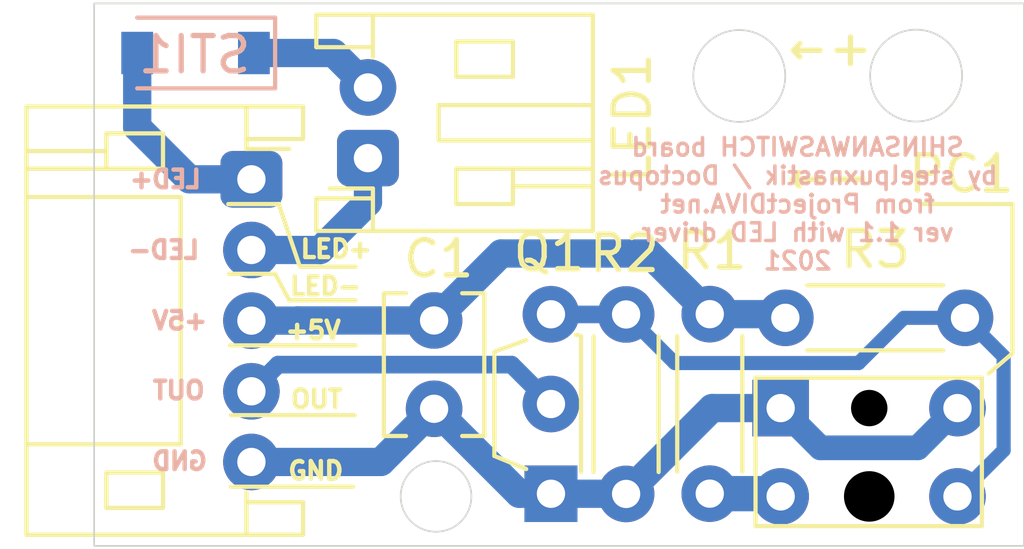
<source format=kicad_pcb>
(kicad_pcb (version 20210722) (generator pcbnew)
  (layers (0 "F.Cu" signal) (31 "B.Cu" signal) (34 "B.Paste" user) (35 "F.Paste" user) (36 "B.SilkS" user "B.Silkscreen") (37 "F.SilkS" user "F.Silkscreen") (38 "B.Mask" user) (39 "F.Mask" user) (44 "Edge.Cuts" user))
  (net 0 "")
  (net 1 "GND")
  (net 2 "Net-(LED1-Pad2)")
  (net 3 "Net-(PC1-Pad2)")
  (net 4 "Net-(PC1-Pad3)")
  (net 5 "/OUT")
  (net 6 "/+12V")
  (net 7 "/GNDA")
  (net 8 "/+5V")
  (footprint "Capacitor_THT:C_Disc_D3.8mm_W2.6mm_P2.50mm" (layer "F.Cu") (at 137.47 86.22 90)
    (fp_text reference "C1" (at 4.245 0.13 180) (layer "F.SilkS"))
    (fp_text value "0.1uf" hide)
    (fp_line (start 3.27 0.795) (end 3.27 1.42) (layer "F.SilkS") (width 0.12))
    (fp_line (start -0.77 -1.42) (end -0.77 -0.795) (layer "F.SilkS") (width 0.12))
    (fp_line (start 3.27 -1.42) (end 3.27 -0.795) (layer "F.SilkS") (width 0.12))
    (fp_line (start -0.77 1.42) (end 3.27 1.42) (layer "F.SilkS") (width 0.12))
    (fp_line (start -0.77 0.795) (end -0.77 1.42) (layer "F.SilkS") (width 0.12))
    (fp_line (start -0.77 -1.42) (end 3.27 -1.42) (layer "F.SilkS") (width 0.12))
    (pad "1" thru_hole circle locked (at 0 0 90) (size 1.6 1.6) (drill 0.8) (layers *.Cu *.Mask) (net 1 "GND"))
    (pad "2" thru_hole circle locked (at 2.5 0 90) (size 1.6 1.6) (drill 0.8) (layers *.Cu *.Mask) (net 8 "/+5V"))
  )
  (footprint "Package_TO_SOT_THT:TO-92S_Wide" (layer "F.Cu") (at 140.775 88.625 90)
    (fp_text reference "Q1" (at 6.825 -0.05 180) (layer "F.SilkS"))
    (fp_text value "2SC5395")
    (fp_line (start 4.35 -0.7) (end 4.02 -1.6) (layer "F.SilkS") (width 0.12))
    (fp_line (start 0.62 0.85) (end 4.47 0.85) (layer "F.SilkS") (width 0.12))
    (fp_line (start 1.07 -1.6) (end 0.7 -0.7) (layer "F.SilkS") (width 0.12))
    (fp_line (start 4.47 0.85) (end 4.5 0.7) (layer "F.SilkS") (width 0.12))
    (fp_line (start 4.02 -1.6) (end 1.07 -1.6) (layer "F.SilkS") (width 0.12))
    (pad "1" thru_hole rect locked (at 0 0 90) (size 1.6 1.5) (drill 0.8) (layers *.Cu *.Mask) (net 1 "GND"))
    (pad "2" thru_hole circle locked (at 2.54 0 90) (size 1.6 1.6) (drill 0.8) (layers *.Cu *.Mask) (net 5 "/OUT"))
    (pad "3" thru_hole circle locked (at 5.08 0 90) (size 1.6 1.6) (drill 0.8) (layers *.Cu *.Mask) (net 4 "Net-(PC1-Pad3)"))
  )
  (footprint "Resistor_THT:R_Axial_DIN0204_L3.6mm_D1.6mm_P5.08mm_Horizontal" (layer "F.Cu") (at 145.265299 83.541846 -90)
    (fp_text reference "R1" (at -1.791846 -0.059701) (layer "F.SilkS"))
    (fp_text value "330")
    (fp_line (start 0.62 -0.92) (end 4.46 -0.92) (layer "F.SilkS") (width 0.12))
    (fp_line (start 0.62 0.92) (end 4.46 0.92) (layer "F.SilkS") (width 0.12))
    (pad "1" thru_hole circle locked (at 0 0 270) (size 1.6 1.6) (drill 0.8) (layers *.Cu *.Mask) (net 8 "/+5V"))
    (pad "2" thru_hole circle locked (at 5.08 0 270) (size 1.6 1.6) (drill 0.8) (layers *.Cu *.Mask) (net 3 "Net-(PC1-Pad2)"))
  )
  (footprint "Connector_JST:JST_PH_S2B-PH-K_1x02_P2.00mm_Horizontal" (layer "F.Cu") (at 135.6 79.125 90)
    (fp_text reference "LED1" (at 1.125 7.475 270) (layer "F.SilkS"))
    (fp_text value "Conn_01x02_Female" hide)
    (fp_line (start 0.5 2) (end 1.5 2) (layer "F.SilkS") (width 0.12))
    (fp_line (start -2.06 0.14) (end -1.14 0.14) (layer "F.SilkS") (width 0.12))
    (fp_line (start -1.3 2.5) (end -1.3 4.1) (layer "F.SilkS") (width 0.12))
    (fp_line (start 2.3 2.5) (end 3.3 2.5) (layer "F.SilkS") (width 0.12))
    (fp_line (start -0.86 0.14) (end -0.86 -1.075) (layer "F.SilkS") (width 0.12))
    (fp_line (start 3.3 4.1) (end 2.3 4.1) (layer "F.SilkS") (width 0.12))
    (fp_line (start -0.8 4.1) (end -0.8 6.36) (layer "F.SilkS") (width 0.12))
    (fp_line (start -1.3 4.1) (end -0.3 4.1) (layer "F.SilkS") (width 0.12))
    (fp_line (start 2.3 4.1) (end 2.3 2.5) (layer "F.SilkS") (width 0.12))
    (fp_line (start -0.86 0.14) (end -1.14 0.14) (layer "F.SilkS") (width 0.12))
    (fp_line (start 3.14 0.14) (end 2.86 0.14) (layer "F.SilkS") (width 0.12))
    (fp_line (start -1.14 -1.46) (end -2.06 -1.46) (layer "F.SilkS") (width 0.12))
    (fp_line (start -2.06 -1.46) (end -2.06 6.36) (layer "F.SilkS") (width 0.12))
    (fp_line (start 4.06 0.14) (end 3.14 0.14) (layer "F.SilkS") (width 0.12))
    (fp_line (start -1.14 0.14) (end -1.14 -1.46) (layer "F.SilkS") (width 0.12))
    (fp_line (start -2.06 6.36) (end 4.06 6.36) (layer "F.SilkS") (width 0.12))
    (fp_line (start -0.3 2.5) (end -1.3 2.5) (layer "F.SilkS") (width 0.12))
    (fp_line (start 1.5 2) (end 1.5 6.36) (layer "F.SilkS") (width 0.12))
    (fp_line (start 0.5 6.36) (end 0.5 2) (layer "F.SilkS") (width 0.12))
    (fp_line (start 3.14 -1.46) (end 3.14 0.14) (layer "F.SilkS") (width 0.12))
    (fp_line (start -0.3 4.1) (end -0.3 6.36) (layer "F.SilkS") (width 0.12))
    (fp_line (start -0.3 4.1) (end -0.3 2.5) (layer "F.SilkS") (width 0.12))
    (fp_line (start 3.3 2.5) (end 3.3 4.1) (layer "F.SilkS") (width 0.12))
    (fp_line (start 4.06 6.36) (end 4.06 -1.46) (layer "F.SilkS") (width 0.12))
    (fp_line (start 4.06 -1.46) (end 3.14 -1.46) (layer "F.SilkS") (width 0.12))
    (pad "1" thru_hole roundrect locked (at 0 0 90) (size 1.6 1.75) (drill 0.8) (layers *.Cu *.Mask) (roundrect_rratio 0.208) (net 7 "/GNDA"))
    (pad "2" thru_hole circle locked (at 2 0 90) (size 1.6 1.6) (drill 0.8) (layers *.Cu *.Mask) (net 2 "Net-(LED1-Pad2)"))
  )
  (footprint "Resistor_THT:R_Axial_DIN0204_L3.6mm_D1.6mm_P5.08mm_Horizontal" (layer "F.Cu") (at 142.9 83.55 -90)
    (fp_text reference "R2" (at -1.725 0.05 180) (layer "F.SilkS"))
    (fp_text value "10K")
    (fp_line (start 0.62 0.92) (end 4.46 0.92) (layer "F.SilkS") (width 0.12))
    (fp_line (start 0.62 -0.92) (end 4.46 -0.92) (layer "F.SilkS") (width 0.12))
    (pad "1" thru_hole circle locked (at 0 0 270) (size 1.6 1.6) (drill 0.8) (layers *.Cu *.Mask) (net 4 "Net-(PC1-Pad3)"))
    (pad "2" thru_hole circle locked (at 5.08 0 270) (size 1.6 1.6) (drill 0.8) (layers *.Cu *.Mask) (net 1 "GND"))
  )
  (footprint "Connector_JST:JST_PH_S5B-PH-K_1x05_P2.00mm_Horizontal" (layer "F.Cu") (at 132.304628 79.725 -90)
    (fp_text reference "J1" hide)
    (fp_text value "Conn_01x05_Male" hide)
    (fp_line (start -2.06 6.36) (end 10.06 6.36) (layer "F.SilkS") (width 0.12))
    (fp_line (start -0.86 0.14) (end -1.14 0.14) (layer "F.SilkS") (width 0.12))
    (fp_line (start -0.8 4.1) (end -0.8 6.36) (layer "F.SilkS") (width 0.12))
    (fp_line (start -0.3 2.5) (end -1.3 2.5) (layer "F.SilkS") (width 0.12))
    (fp_line (start -0.3 4.1) (end -0.3 2.5) (layer "F.SilkS") (width 0.12))
    (fp_line (start 10.06 -1.46) (end 9.14 -1.46) (layer "F.SilkS") (width 0.12))
    (fp_line (start 8.3 4.1) (end 8.3 2.5) (layer "F.SilkS") (width 0.12))
    (fp_line (start -1.3 4.1) (end -0.3 4.1) (layer "F.SilkS") (width 0.12))
    (fp_line (start -2.06 0.14) (end -1.14 0.14) (layer "F.SilkS") (width 0.12))
    (fp_line (start 9.3 2.5) (end 9.3 4.1) (layer "F.SilkS") (width 0.12))
    (fp_line (start 0.5 2) (end 7.5 2) (layer "F.SilkS") (width 0.12))
    (fp_line (start 9.3 4.1) (end 8.3 4.1) (layer "F.SilkS") (width 0.12))
    (fp_line (start -1.3 2.5) (end -1.3 4.1) (layer "F.SilkS") (width 0.12))
    (fp_line (start -0.86 0.14) (end -0.86 -1.075) (layer "F.SilkS") (width 0.12))
    (fp_line (start 7.5 2) (end 7.5 6.36) (layer "F.SilkS") (width 0.12))
    (fp_line (start 9.14 -1.46) (end 9.14 0.14) (layer "F.SilkS") (width 0.12))
    (fp_line (start -2.06 -1.46) (end -2.06 6.36) (layer "F.SilkS") (width 0.12))
    (fp_line (start 9.14 0.14) (end 8.86 0.14) (layer "F.SilkS") (width 0.12))
    (fp_line (start -1.14 0.14) (end -1.14 -1.46) (layer "F.SilkS") (width 0.12))
    (fp_line (start 10.06 6.36) (end 10.06 -1.46) (layer "F.SilkS") (width 0.12))
    (fp_line (start 10.06 0.14) (end 9.14 0.14) (layer "F.SilkS") (width 0.12))
    (fp_line (start 0.5 6.36) (end 0.5 2) (layer "F.SilkS") (width 0.12))
    (fp_line (start 8.3 2.5) (end 9.3 2.5) (layer "F.SilkS") (width 0.12))
    (fp_line (start -1.14 -1.46) (end -2.06 -1.46) (layer "F.SilkS") (width 0.12))
    (fp_line (start -0.3 4.1) (end -0.3 6.36) (layer "F.SilkS") (width 0.12))
    (pad "1" thru_hole roundrect locked (at 0 0 270) (size 1.6 1.75) (drill 0.8) (layers *.Cu *.Mask) (roundrect_rratio 0.208) (net 6 "/+12V"))
    (pad "2" thru_hole circle locked (at 2 0 270) (size 1.6 1.6) (drill 0.8) (layers *.Cu *.Mask) (net 7 "/GNDA"))
    (pad "3" thru_hole circle locked (at 4 0 270) (size 1.6 1.6) (drill 0.8) (layers *.Cu *.Mask) (net 8 "/+5V"))
    (pad "4" thru_hole circle locked (at 6 0 270) (size 1.6 1.6) (drill 0.8) (layers *.Cu *.Mask) (net 5 "/OUT"))
    (pad "5" thru_hole circle locked (at 8 0 270) (size 1.6 1.6) (drill 0.8) (layers *.Cu *.Mask) (net 1 "GND"))
  )
  (footprint "RPI-221:RPI-352" (layer "F.Cu") (at 146.5 89.6)
    (fp_text reference "PC1" (at 5.875 -10.025 unlocked) (layer "F.SilkS"))
    (fp_text value "RPI-352")
    (fp_line (start 0.06 -4.26) (end 6.46 -4.26) (layer "F.SilkS") (width 0.12))
    (fp_line (start 6.46 -0.06) (end 0.06 -0.06) (layer "F.SilkS") (width 0.12))
    (fp_line (start 6.46 -4.26) (end 6.46 -0.06) (layer "F.SilkS") (width 0.12))
    (fp_line (start 0.06 -0.06) (end 0.06 -4.26) (layer "F.SilkS") (width 0.12))
    (pad "" np_thru_hole circle locked (at 3.275 -3.4) (size 1.03 1.03) (drill 1.03) (layers *.Mask))
    (pad "" np_thru_hole circle locked (at 3.275 -0.9) (size 1.43 1.43) (drill 1.43) (layers *.Mask))
    (pad "1" thru_hole rect locked (at 0.77 -3.4) (size 1.6 1.6) (drill oval 0.8) (layers *.Cu *.Mask) (net 1 "GND"))
    (pad "2" thru_hole circle locked (at 0.77 -0.9) (size 1.6 1.6) (drill oval 0.8) (layers *.Cu *.Mask) (net 3 "Net-(PC1-Pad2)"))
    (pad "3" thru_hole circle locked (at 5.77 -0.9) (size 1.6 1.6) (drill oval 0.8) (layers *.Cu *.Mask) (net 4 "Net-(PC1-Pad3)"))
    (pad "4" thru_hole circle locked (at 5.77 -3.4) (size 1.6 1.6) (drill oval 0.8) (layers *.Cu *.Mask) (net 1 "GND"))
  )
  (footprint "Resistor_THT:R_Axial_DIN0204_L3.6mm_D1.6mm_P5.08mm_Horizontal" (layer "F.Cu") (at 147.402511 83.645663)
    (fp_text reference "R3" (at 2.540845 -1.932197 180) (layer "F.SilkS"))
    (fp_text value "22K")
    (fp_line (start 0.62 -0.92) (end 4.46 -0.92) (layer "F.SilkS") (width 0.12))
    (fp_line (start 0.62 0.92) (end 4.46 0.92) (layer "F.SilkS") (width 0.12))
    (pad "1" thru_hole circle locked (at 0 0) (size 1.6 1.6) (drill 0.8) (layers *.Cu *.Mask) (net 8 "/+5V"))
    (pad "2" thru_hole circle locked (at 5.08 0) (size 1.6 1.6) (drill 0.8) (layers *.Cu *.Mask) (net 4 "Net-(PC1-Pad3)"))
  )
  (footprint "Diode_SMD:D_SOD-123" (layer "B.Cu") (at 130.725 76.15 180)
    (fp_text reference "STI1" (at 0.025 -0.05 180) (layer "B.SilkS") (effects (justify mirror)))
    (fp_text value "NSI45020AT1G")
    (fp_line (start -2.25 1) (end -2.25 -1) (layer "B.SilkS") (width 0.12))
    (fp_line (start -2.25 1) (end 1.65 1) (layer "B.SilkS") (width 0.12))
    (fp_line (start -2.25 -1) (end 1.65 -1) (layer "B.SilkS") (width 0.12))
    (pad "1" smd rect locked (at -1.65 0 180) (size 0.9 1.2) (layers "B.Cu" "B.Paste" "B.Mask") (net 2 "Net-(LED1-Pad2)"))
    (pad "2" smd rect locked (at 1.65 0 180) (size 0.9 1.2) (layers "B.Cu" "B.Paste" "B.Mask") (net 6 "/+12V"))
  )
  (gr_line (start 135.175 88.425) (end 131.725 88.425) (layer "F.SilkS") (width 0.12))
  (gr_line (start 135.25 84.425) (end 131.7 84.425) (layer "F.SilkS") (width 0.12))
  (gr_line (start 131.65 80.425) (end 133.075 80.425) (layer "F.SilkS") (width 0.12))
  (gr_line (start 133.075 80.425) (end 133.675 82.2) (layer "F.SilkS") (width 0.12))
  (gr_line (start 132.975 82.4) (end 131.675 82.4) (layer "F.SilkS") (width 0.12))
  (gr_line (start 133.675 82.2) (end 135.25 82.2) (layer "F.SilkS") (width 0.12))
  (gr_line (start 133.375 83.15) (end 135.25 83.15) (layer "F.SilkS") (width 0.12))
  (gr_line (start 153.825 84.65) (end 153.825 80.425) (layer "F.SilkS") (width 0.12))
  (gr_line (start 153.825 80.425) (end 151.25 80.425) (layer "F.SilkS") (width 0.12))
  (gr_line (start 135.225 86.4) (end 131.725 86.4) (layer "F.SilkS") (width 0.12))
  (gr_line (start 132.975 82.4) (end 133.375 83.15) (layer "F.SilkS") (width 0.12))
  (gr_line (start 153.15 85.225) (end 153.825 84.65) (layer "F.SilkS") (width 0.12))
  (gr_rect (start 127.85651 74.746407) (end 154.15 90.1) (layer "Edge.Cuts") (width 0.05) (fill none))
  (gr_circle (center 146.1 76.8) (end 147.4 76.8) (layer "Edge.Cuts") (width 0.05) (fill none))
  (gr_circle (center 151.1 76.79) (end 152.4 76.79) (layer "Edge.Cuts") (width 0.05) (fill none))
  (gr_circle (center 137.525 88.7) (end 138.525 88.7) (layer "Edge.Cuts") (width 0.05) (fill none))
  (gr_text "GND" (at 130.275 87.7) (layer "B.SilkS") (effects (font (size 0.5 0.5) (thickness 0.125)) (justify mirror)))
  (gr_text "OUT" (at 130.25 85.7) (layer "B.SilkS") (effects (font (size 0.5 0.5) (thickness 0.125)) (justify mirror)))
  (gr_text "SHINSANWASWITCH board\nby steelpuxnastik / Doctopus\nfrom ProjectDIVA.net\nver 1.1 with LED driver\n2021" (at 147.75 80.425) (layer "B.SilkS") (effects (font (size 0.5 0.5) (thickness 0.1)) (justify mirror)))
  (gr_text "LED+" (at 129.875 79.725) (layer "B.SilkS") (effects (font (size 0.5 0.5) (thickness 0.125)) (justify mirror)))
  (gr_text "LED-" (at 129.825 81.725) (layer "B.SilkS") (effects (font (size 0.5 0.5) (thickness 0.125)) (justify mirror)))
  (gr_text "+5V" (at 130.275 83.725) (layer "B.SilkS") (effects (font (size 0.5 0.5) (thickness 0.125)) (justify mirror)))
  (gr_text "LED+" (at 134.7 81.7) (layer "F.SilkS") (effects (font (size 0.5 0.5) (thickness 0.125))))
  (gr_text "LED-" (at 134.4 82.75) (layer "F.SilkS") (effects (font (size 0.5 0.5) (thickness 0.125))))
  (gr_text "←+" (at 148.625 76) (layer "F.SilkS") (effects (font (size 1 1))))
  (gr_text "←-" (at 148.6 79.65) (layer "F.SilkS") (effects (font (size 1 1))))
  (gr_text "OUT" (at 134.15 85.95) (layer "F.SilkS") (effects (font (size 0.5 0.5) (thickness 0.125))))
  (gr_text "+5V" (at 134.05 84) (layer "F.SilkS") (effects (font (size 0.5 0.5) (thickness 0.125))))
  (gr_text "GND" (at 134.125 87.975) (layer "F.SilkS") (effects (font (size 0.5 0.5) (thickness 0.125))))
  (segment (start 151.145 87.325) (end 148.395 87.325) (width 0.7) (layer "B.Cu") (net 1))
  (segment (start 148.395 87.325) (end 147.27 86.2) (width 0.7) (layer "B.Cu") (net 1))
  (segment (start 140.775 88.625) (end 139.875 88.625) (width 0.8) (layer "B.Cu") (net 1))
  (segment (start 142.9 88.63) (end 145.33 86.2) (width 0.8) (layer "B.Cu") (net 1))
  (segment (start 135.965 87.725) (end 137.47 86.22) (width 0.8) (layer "B.Cu") (net 1))
  (segment (start 140.775 88.625) (end 142.895 88.625) (width 0.8) (layer "B.Cu") (net 1))
  (segment (start 139.875 88.625) (end 137.47 86.22) (width 0.8) (layer "B.Cu") (net 1))
  (segment (start 145.33 86.2) (end 147.27 86.2) (width 0.8) (layer "B.Cu") (net 1))
  (segment (start 132.304628 87.725) (end 135.965 87.725) (width 0.8) (layer "B.Cu") (net 1))
  (segment (start 152.27 86.2) (end 151.145 87.325) (width 0.7) (layer "B.Cu") (net 1))
  (segment (start 142.895 88.625) (end 142.9 88.63) (width 0.7) (layer "B.Cu") (net 1))
  (segment (start 134.625 76.15) (end 135.6 77.125) (width 0.8) (layer "B.Cu") (net 2))
  (segment (start 132.375 76.15) (end 134.625 76.15) (width 0.8) (layer "B.Cu") (net 2))
  (segment (start 145.265299 88.621846) (end 147.191846 88.621846) (width 1) (layer "B.Cu") (net 3))
  (segment (start 152.482511 83.645663) (end 150.754337 83.645663) (width 0.4) (layer "B.Cu") (net 4))
  (segment (start 150.754337 83.645663) (end 149.475 84.925) (width 0.4) (layer "B.Cu") (net 4))
  (segment (start 140.78 83.55) (end 140.775 83.545) (width 0.4) (layer "B.Cu") (net 4))
  (segment (start 152.482511 83.645663) (end 153.575 84.738152) (width 0.4) (layer "B.Cu") (net 4))
  (segment (start 153.575 87.395) (end 152.27 88.7) (width 0.4) (layer "B.Cu") (net 4))
  (segment (start 142.9 83.55) (end 140.78 83.55) (width 0.5) (layer "B.Cu") (net 4))
  (segment (start 149.475 84.925) (end 144.275 84.925) (width 0.4) (layer "B.Cu") (net 4))
  (segment (start 144.275 84.925) (end 142.9 83.55) (width 0.4) (layer "B.Cu") (net 4))
  (segment (start 153.575 84.738152) (end 153.575 87.395) (width 0.4) (layer "B.Cu") (net 4))
  (segment (start 142.9 83.55) (end 142.64 83.55) (width 0.4) (layer "B.Cu") (net 4))
  (segment (start 133.059139 84.970489) (end 132.304628 85.725) (width 0.5) (layer "B.Cu") (net 5))
  (segment (start 139.660489 84.970489) (end 133.059139 84.970489) (width 0.5) (layer "B.Cu") (net 5))
  (segment (start 140.775 86.085) (end 139.660489 84.970489) (width 0.5) (layer "B.Cu") (net 5))
  (segment (start 130.55 79.725) (end 129.075 78.25) (width 0.8) (layer "B.Cu") (net 6))
  (segment (start 129.075 78.25) (end 129.075 76.15) (width 0.8) (layer "B.Cu") (net 6))
  (segment (start 132.304628 79.725) (end 130.55 79.725) (width 0.8) (layer "B.Cu") (net 6))
  (segment (start 134.25 81.725) (end 135.6 80.375) (width 0.8) (layer "B.Cu") (net 7))
  (segment (start 132.304628 81.725) (end 134.25 81.725) (width 0.8) (layer "B.Cu") (net 7))
  (segment (start 135.6 80.375) (end 135.6 79.125) (width 0.8) (layer "B.Cu") (net 7))
  (segment (start 137.47 83.72) (end 139.365 81.825) (width 0.8) (layer "B.Cu") (net 8))
  (segment (start 133.62 83.72) (end 133.615 83.725) (width 0.8) (layer "B.Cu") (net 8))
  (segment (start 147.298694 83.541846) (end 147.402511 83.645663) (width 0.7) (layer "B.Cu") (net 8))
  (segment (start 133.615 83.725) (end 132.304628 83.725) (width 0.8) (layer "B.Cu") (net 8))
  (segment (start 143.548453 81.825) (end 145.265299 83.541846) (width 0.8) (layer "B.Cu") (net 8))
  (segment (start 139.365 81.825) (end 143.548453 81.825) (width 0.8) (layer "B.Cu") (net 8))
  (segment (start 145.265299 83.541846) (end 147.298694 83.541846) (width 0.8) (layer "B.Cu") (net 8))
  (segment (start 137.47 83.72) (end 133.62 83.72) (width 0.8) (layer "B.Cu") (net 8))
)
</source>
